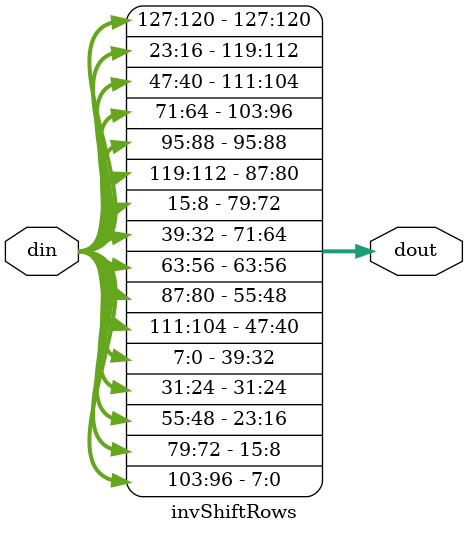
<source format=v>

module invShiftRows(din,dout);
input [127:0] din;
output [127:0]dout;

assign dout[7+4*8:4*8]=din[7+0*8:0*8];
assign dout[7+8*8:8*8]=din[7+4*8:4*8] ;
assign dout[7+12*8:12*8]=din[7+8*8:8*8]; 
assign dout[7+0*8:0*8]=din[7+12*8:12*8];

assign dout[7+9*8:9*8]=din[7+1*8:1*8]  ;
assign dout[7+13*8:13*8]=din[7+5*8:5*8]  ;   
assign dout[7+1*8:1*8]=din[7+9*8:9*8]  ;
assign dout[7+5*8:5*8]=din[7+13*8:13*8]  ;

assign dout[7+14*8:14*8]=din[7+2*8:2*8] ;   
assign dout[7+2*8:2*8]=din[7+6*8:6*8];
assign dout[7+6*8:6*8]=din[7+10*8:10*8] ;
assign dout[7+10*8:10*8]=din[7+14*8:14*8] ;

assign dout[7+3*8:3*8]=din[7+3*8:3*8];
assign dout[7+7*8:7*8]=din[7+7*8:7*8];
assign dout[7+11*8:11*8]=din[7+11*8:11*8];
assign dout[7+15*8:15*8]=din[7+15*8:15*8];


endmodule

</source>
